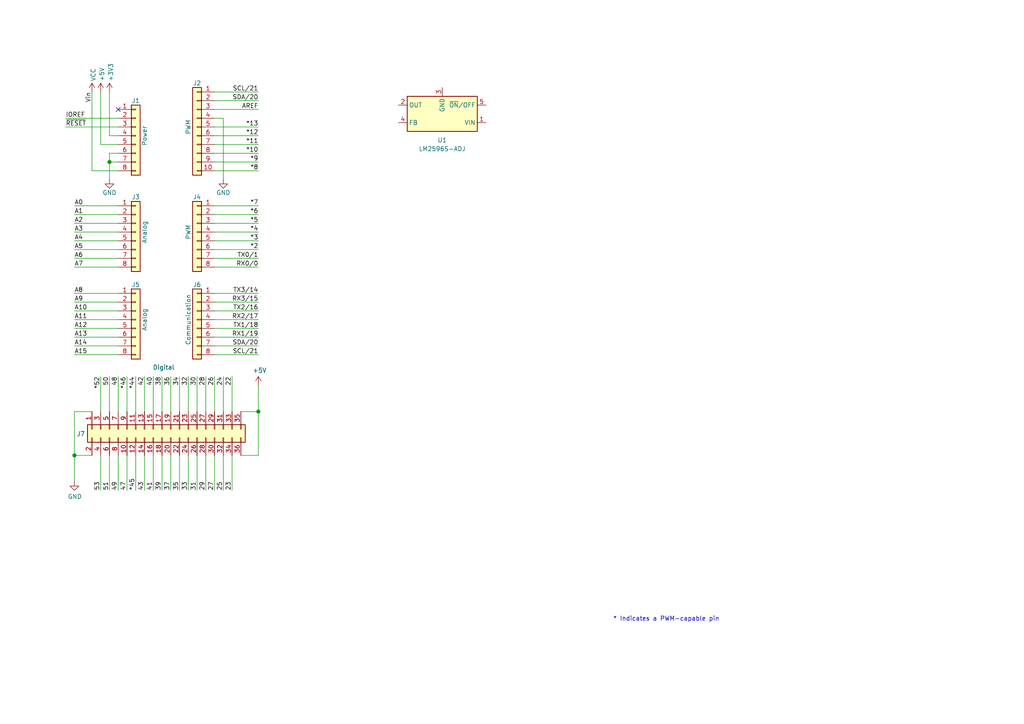
<source format=kicad_sch>
(kicad_sch (version 20231120) (generator "eeschema") (generator_version "8.0")
  (paper "A4")
  (title_block (date "mar. 31 mars 2015"))
  (lib_symbols
    (symbol "Connector_Generic:Conn_01x08" (pin_names (offset 1.016) hide)
      (property "Reference" "J" (at 0 10.16 0))
      (property "Value" "Conn_01x08" (at 0 -12.7 0))
      (symbol "Conn_01x08_1_1"
        (rectangle (start -1.27 -10.033) (end 0 -10.287) (stroke (width 0.1524)))
        (rectangle (start -1.27 -7.493) (end 0 -7.747) (stroke (width 0.1524)))
        (rectangle (start -1.27 -4.953) (end 0 -5.207) (stroke (width 0.1524)))
        (rectangle (start -1.27 -2.413) (end 0 -2.667) (stroke (width 0.1524)))
        (rectangle (start -1.27 0.127) (end 0 -0.127) (stroke (width 0.1524)))
        (rectangle (start -1.27 2.667) (end 0 2.413) (stroke (width 0.1524)))
        (rectangle (start -1.27 5.207) (end 0 4.953) (stroke (width 0.1524)))
        (rectangle (start -1.27 7.747) (end 0 7.493) (stroke (width 0.1524)))
        (rectangle (start -1.27 8.89) (end 1.27 -11.43) (stroke (width 0.254)) (fill (type background)))
        (pin passive line (at -5.08 7.62 0) (length 3.81) (name "Pin_1") (number "1"))
        (pin passive line (at -5.08 5.08 0) (length 3.81) (name "Pin_2") (number "2"))
        (pin passive line (at -5.08 2.54 0) (length 3.81) (name "Pin_3") (number "3"))
        (pin passive line (at -5.08 0 0) (length 3.81) (name "Pin_4") (number "4"))
        (pin passive line (at -5.08 -2.54 0) (length 3.81) (name "Pin_5") (number "5"))
        (pin passive line (at -5.08 -5.08 0) (length 3.81) (name "Pin_6") (number "6"))
        (pin passive line (at -5.08 -7.62 0) (length 3.81) (name "Pin_7") (number "7"))
        (pin passive line (at -5.08 -10.16 0) (length 3.81) (name "Pin_8") (number "8"))
      )
    )
    (symbol "Connector_Generic:Conn_01x10" (pin_names (offset 1.016) hide)
      (property "Reference" "J" (at 0 12.7 0))
      (property "Value" "Conn_01x10" (at 0 -15.24 0))
      (symbol "Conn_01x10_1_1"
        (rectangle (start -1.27 -12.573) (end 0 -12.827) (stroke (width 0.1524)))
        (rectangle (start -1.27 -10.033) (end 0 -10.287) (stroke (width 0.1524)))
        (rectangle (start -1.27 -7.493) (end 0 -7.747) (stroke (width 0.1524)))
        (rectangle (start -1.27 -4.953) (end 0 -5.207) (stroke (width 0.1524)))
        (rectangle (start -1.27 -2.413) (end 0 -2.667) (stroke (width 0.1524)))
        (rectangle (start -1.27 0.127) (end 0 -0.127) (stroke (width 0.1524)))
        (rectangle (start -1.27 2.667) (end 0 2.413) (stroke (width 0.1524)))
        (rectangle (start -1.27 5.207) (end 0 4.953) (stroke (width 0.1524)))
        (rectangle (start -1.27 7.747) (end 0 7.493) (stroke (width 0.1524)))
        (rectangle (start -1.27 10.287) (end 0 10.033) (stroke (width 0.1524)))
        (rectangle (start -1.27 11.43) (end 1.27 -13.97) (stroke (width 0.254)) (fill (type background)))
        (pin passive line (at -5.08 10.16 0) (length 3.81) (name "Pin_1") (number "1"))
        (pin passive line (at -5.08 -12.7 0) (length 3.81) (name "Pin_10") (number "10"))
        (pin passive line (at -5.08 7.62 0) (length 3.81) (name "Pin_2") (number "2"))
        (pin passive line (at -5.08 5.08 0) (length 3.81) (name "Pin_3") (number "3"))
        (pin passive line (at -5.08 2.54 0) (length 3.81) (name "Pin_4") (number "4"))
        (pin passive line (at -5.08 0 0) (length 3.81) (name "Pin_5") (number "5"))
        (pin passive line (at -5.08 -2.54 0) (length 3.81) (name "Pin_6") (number "6"))
        (pin passive line (at -5.08 -5.08 0) (length 3.81) (name "Pin_7") (number "7"))
        (pin passive line (at -5.08 -7.62 0) (length 3.81) (name "Pin_8") (number "8"))
        (pin passive line (at -5.08 -10.16 0) (length 3.81) (name "Pin_9") (number "9"))
      )
    )
    (symbol "Connector_Generic:Conn_02x18_Odd_Even" (pin_names (offset 1.016) hide)
      (property "Reference" "J" (at 1.27 22.86 0))
      (property "Value" "Conn_02x18_Odd_Even" (at 1.27 -25.4 0))
      (symbol "Conn_02x18_Odd_Even_1_1"
        (rectangle (start -1.27 -22.733) (end 0 -22.987) (stroke (width 0.1524)))
        (rectangle (start -1.27 -20.193) (end 0 -20.447) (stroke (width 0.1524)))
        (rectangle (start -1.27 -17.653) (end 0 -17.907) (stroke (width 0.1524)))
        (rectangle (start -1.27 -15.113) (end 0 -15.367) (stroke (width 0.1524)))
        (rectangle (start -1.27 -12.573) (end 0 -12.827) (stroke (width 0.1524)))
        (rectangle (start -1.27 -10.033) (end 0 -10.287) (stroke (width 0.1524)))
        (rectangle (start -1.27 -7.493) (end 0 -7.747) (stroke (width 0.1524)))
        (rectangle (start -1.27 -4.953) (end 0 -5.207) (stroke (width 0.1524)))
        (rectangle (start -1.27 -2.413) (end 0 -2.667) (stroke (width 0.1524)))
        (rectangle (start -1.27 0.127) (end 0 -0.127) (stroke (width 0.1524)))
        (rectangle (start -1.27 2.667) (end 0 2.413) (stroke (width 0.1524)))
        (rectangle (start -1.27 5.207) (end 0 4.953) (stroke (width 0.1524)))
        (rectangle (start -1.27 7.747) (end 0 7.493) (stroke (width 0.1524)))
        (rectangle (start -1.27 10.287) (end 0 10.033) (stroke (width 0.1524)))
        (rectangle (start -1.27 12.827) (end 0 12.573) (stroke (width 0.1524)))
        (rectangle (start -1.27 15.367) (end 0 15.113) (stroke (width 0.1524)))
        (rectangle (start -1.27 17.907) (end 0 17.653) (stroke (width 0.1524)))
        (rectangle (start -1.27 20.447) (end 0 20.193) (stroke (width 0.1524)))
        (rectangle (start -1.27 21.59) (end 3.81 -24.13) (stroke (width 0.254)) (fill (type background)))
        (rectangle (start 3.81 -22.733) (end 2.54 -22.987) (stroke (width 0.1524)))
        (rectangle (start 3.81 -20.193) (end 2.54 -20.447) (stroke (width 0.1524)))
        (rectangle (start 3.81 -17.653) (end 2.54 -17.907) (stroke (width 0.1524)))
        (rectangle (start 3.81 -15.113) (end 2.54 -15.367) (stroke (width 0.1524)))
        (rectangle (start 3.81 -12.573) (end 2.54 -12.827) (stroke (width 0.1524)))
        (rectangle (start 3.81 -10.033) (end 2.54 -10.287) (stroke (width 0.1524)))
        (rectangle (start 3.81 -7.493) (end 2.54 -7.747) (stroke (width 0.1524)))
        (rectangle (start 3.81 -4.953) (end 2.54 -5.207) (stroke (width 0.1524)))
        (rectangle (start 3.81 -2.413) (end 2.54 -2.667) (stroke (width 0.1524)))
        (rectangle (start 3.81 0.127) (end 2.54 -0.127) (stroke (width 0.1524)))
        (rectangle (start 3.81 2.667) (end 2.54 2.413) (stroke (width 0.1524)))
        (rectangle (start 3.81 5.207) (end 2.54 4.953) (stroke (width 0.1524)))
        (rectangle (start 3.81 7.747) (end 2.54 7.493) (stroke (width 0.1524)))
        (rectangle (start 3.81 10.287) (end 2.54 10.033) (stroke (width 0.1524)))
        (rectangle (start 3.81 12.827) (end 2.54 12.573) (stroke (width 0.1524)))
        (rectangle (start 3.81 15.367) (end 2.54 15.113) (stroke (width 0.1524)))
        (rectangle (start 3.81 17.907) (end 2.54 17.653) (stroke (width 0.1524)))
        (rectangle (start 3.81 20.447) (end 2.54 20.193) (stroke (width 0.1524)))
        (pin passive line (at -5.08 20.32 0) (length 3.81) (name "Pin_1") (number "1"))
        (pin passive line (at 7.62 10.16 180) (length 3.81) (name "Pin_10") (number "10"))
        (pin passive line (at -5.08 7.62 0) (length 3.81) (name "Pin_11") (number "11"))
        (pin passive line (at 7.62 7.62 180) (length 3.81) (name "Pin_12") (number "12"))
        (pin passive line (at -5.08 5.08 0) (length 3.81) (name "Pin_13") (number "13"))
        (pin passive line (at 7.62 5.08 180) (length 3.81) (name "Pin_14") (number "14"))
        (pin passive line (at -5.08 2.54 0) (length 3.81) (name "Pin_15") (number "15"))
        (pin passive line (at 7.62 2.54 180) (length 3.81) (name "Pin_16") (number "16"))
        (pin passive line (at -5.08 0 0) (length 3.81) (name "Pin_17") (number "17"))
        (pin passive line (at 7.62 0 180) (length 3.81) (name "Pin_18") (number "18"))
        (pin passive line (at -5.08 -2.54 0) (length 3.81) (name "Pin_19") (number "19"))
        (pin passive line (at 7.62 20.32 180) (length 3.81) (name "Pin_2") (number "2"))
        (pin passive line (at 7.62 -2.54 180) (length 3.81) (name "Pin_20") (number "20"))
        (pin passive line (at -5.08 -5.08 0) (length 3.81) (name "Pin_21") (number "21"))
        (pin passive line (at 7.62 -5.08 180) (length 3.81) (name "Pin_22") (number "22"))
        (pin passive line (at -5.08 -7.62 0) (length 3.81) (name "Pin_23") (number "23"))
        (pin passive line (at 7.62 -7.62 180) (length 3.81) (name "Pin_24") (number "24"))
        (pin passive line (at -5.08 -10.16 0) (length 3.81) (name "Pin_25") (number "25"))
        (pin passive line (at 7.62 -10.16 180) (length 3.81) (name "Pin_26") (number "26"))
        (pin passive line (at -5.08 -12.7 0) (length 3.81) (name "Pin_27") (number "27"))
        (pin passive line (at 7.62 -12.7 180) (length 3.81) (name "Pin_28") (number "28"))
        (pin passive line (at -5.08 -15.24 0) (length 3.81) (name "Pin_29") (number "29"))
        (pin passive line (at -5.08 17.78 0) (length 3.81) (name "Pin_3") (number "3"))
        (pin passive line (at 7.62 -15.24 180) (length 3.81) (name "Pin_30") (number "30"))
        (pin passive line (at -5.08 -17.78 0) (length 3.81) (name "Pin_31") (number "31"))
        (pin passive line (at 7.62 -17.78 180) (length 3.81) (name "Pin_32") (number "32"))
        (pin passive line (at -5.08 -20.32 0) (length 3.81) (name "Pin_33") (number "33"))
        (pin passive line (at 7.62 -20.32 180) (length 3.81) (name "Pin_34") (number "34"))
        (pin passive line (at -5.08 -22.86 0) (length 3.81) (name "Pin_35") (number "35"))
        (pin passive line (at 7.62 -22.86 180) (length 3.81) (name "Pin_36") (number "36"))
        (pin passive line (at 7.62 17.78 180) (length 3.81) (name "Pin_4") (number "4"))
        (pin passive line (at -5.08 15.24 0) (length 3.81) (name "Pin_5") (number "5"))
        (pin passive line (at 7.62 15.24 180) (length 3.81) (name "Pin_6") (number "6"))
        (pin passive line (at -5.08 12.7 0) (length 3.81) (name "Pin_7") (number "7"))
        (pin passive line (at 7.62 12.7 180) (length 3.81) (name "Pin_8") (number "8"))
        (pin passive line (at -5.08 10.16 0) (length 3.81) (name "Pin_9") (number "9"))
      )
    )
    (symbol "Regulator_Switching:LM2596S-ADJ"
      (property "Reference" "U" (at -10.16 6.35 0))
      (property "Value" "LM2596S-ADJ" (at 0 6.35 0))
      (symbol "LM2596S-ADJ_0_1"
        (rectangle (start -10.16 5.08) (end 10.16 -5.08) (stroke (width 0.254)) (fill (type background)))
      )
      (symbol "LM2596S-ADJ_1_1"
        (pin power_in line (at -12.7 2.54 0) (length 2.54) (name "VIN") (number "1"))
        (pin output line (at 12.7 -2.54 180) (length 2.54) (name "OUT") (number "2"))
        (pin power_in line (at 0 -7.62 90) (length 2.54) (name "GND") (number "3"))
        (pin input line (at 12.7 2.54 180) (length 2.54) (name "FB") (number "4"))
        (pin input line (at -12.7 -2.54 0) (length 2.54) (name "~{ON}/OFF") (number "5"))
      )
    )
    (symbol "power:+3V3" (power) (pin_names (offset 0))
      (property "Value" "+3V3" (at 0 3.556 0))
      (symbol "+3V3_0_1"
        (polyline (pts (xy -0.762 1.27) (xy 0 2.54)))
        (polyline (pts (xy 0 0) (xy 0 2.54)))
        (polyline (pts (xy 0 2.54) (xy 0.762 1.27)))
      )
      (symbol "+3V3_1_1"
        (pin power_in line (at 0 0 90) (length 0) hide (name "+3V3") (number "1"))
      )
    )
    (symbol "power:+5V" (power) (pin_names (offset 0))
      (property "Value" "+5V" (at 0 3.556 0))
      (symbol "+5V_0_1"
        (polyline (pts (xy -0.762 1.27) (xy 0 2.54)))
        (polyline (pts (xy 0 0) (xy 0 2.54)))
        (polyline (pts (xy 0 2.54) (xy 0.762 1.27)))
      )
      (symbol "+5V_1_1"
        (pin power_in line (at 0 0 90) (length 0) hide (name "+5V") (number "1"))
      )
    )
    (symbol "power:GND" (power) (pin_names (offset 0))
      (property "Value" "GND" (at 0 -3.81 0))
      (symbol "GND_0_1"
        (polyline (pts (xy 0 0) (xy 0 -1.27) (xy 1.27 -1.27) (xy 0 -2.54) (xy -1.27 -1.27) (xy 0 -1.27)))
      )
      (symbol "GND_1_1"
        (pin power_in line (at 0 0 270) (length 0) hide (name "GND") (number "1"))
      )
    )
    (symbol "power:VCC" (power) (pin_names (offset 0))
      (property "Value" "VCC" (at 0 3.81 0))
      (symbol "VCC_0_1"
        (polyline (pts (xy -0.762 1.27) (xy 0 2.54)))
        (polyline (pts (xy 0 0) (xy 0 2.54)))
        (polyline (pts (xy 0 2.54) (xy 0.762 1.27)))
      )
      (symbol "VCC_1_1"
        (pin power_in line (at 0 0 90) (length 0) hide (name "VCC") (number "1"))
      )
    )
  )
  (junction (at 21.59 132.08) (diameter 1.016))
  (junction (at 31.75 46.99) (diameter 1.016))
  (junction (at 74.93 119.38) (diameter 1.016))
  (no_connect (at 34.29 31.75))
  (wire (pts (xy 62.23 77.47) (xy 74.93 77.47)))
  (wire (pts (xy 21.59 77.47) (xy 34.29 77.47)))
  (wire (pts (xy 62.23 44.45) (xy 74.93 44.45)))
  (wire (pts (xy 44.45 109.22) (xy 44.45 119.38)))
  (wire (pts (xy 62.23 26.67) (xy 74.93 26.67)))
  (wire (pts (xy 46.99 109.22) (xy 46.99 119.38)))
  (wire (pts (xy 74.93 119.38) (xy 74.93 132.08)))
  (wire (pts (xy 26.67 119.38) (xy 21.59 119.38)))
  (wire (pts (xy 62.23 90.17) (xy 74.93 90.17)))
  (wire (pts (xy 31.75 44.45) (xy 31.75 46.99)))
  (wire (pts (xy 49.53 132.08) (xy 49.53 142.24)))
  (wire (pts (xy 21.59 72.39) (xy 34.29 72.39)))
  (wire (pts (xy 54.61 109.22) (xy 54.61 119.38)))
  (wire (pts (xy 31.75 109.22) (xy 31.75 119.38)))
  (wire (pts (xy 67.31 109.22) (xy 67.31 119.38)))
  (wire (pts (xy 31.75 46.99) (xy 31.75 52.07)))
  (wire (pts (xy 62.23 132.08) (xy 62.23 142.24)))
  (wire (pts (xy 31.75 39.37) (xy 34.29 39.37)))
  (wire (pts (xy 41.91 109.22) (xy 41.91 119.38)))
  (wire (pts (xy 29.21 41.91) (xy 34.29 41.91)))
  (wire (pts (xy 52.07 132.08) (xy 52.07 142.24)))
  (wire (pts (xy 29.21 26.67) (xy 29.21 41.91)))
  (wire (pts (xy 21.59 102.87) (xy 34.29 102.87)))
  (wire (pts (xy 36.83 132.08) (xy 36.83 142.24)))
  (wire (pts (xy 59.69 132.08) (xy 59.69 142.24)))
  (wire (pts (xy 62.23 36.83) (xy 74.93 36.83)))
  (wire (pts (xy 31.75 26.67) (xy 31.75 39.37)))
  (wire (pts (xy 62.23 59.69) (xy 74.93 59.69)))
  (wire (pts (xy 34.29 59.69) (xy 21.59 59.69)))
  (wire (pts (xy 62.23 39.37) (xy 74.93 39.37)))
  (wire (pts (xy 34.29 100.33) (xy 21.59 100.33)))
  (wire (pts (xy 62.23 62.23) (xy 74.93 62.23)))
  (wire (pts (xy 62.23 97.79) (xy 74.93 97.79)))
  (wire (pts (xy 52.07 109.22) (xy 52.07 119.38)))
  (wire (pts (xy 21.59 119.38) (xy 21.59 132.08)))
  (wire (pts (xy 36.83 109.22) (xy 36.83 119.38)))
  (wire (pts (xy 26.67 132.08) (xy 21.59 132.08)))
  (wire (pts (xy 62.23 46.99) (xy 74.93 46.99)))
  (wire (pts (xy 59.69 109.22) (xy 59.69 119.38)))
  (wire (pts (xy 57.15 109.22) (xy 57.15 119.38)))
  (wire (pts (xy 39.37 132.08) (xy 39.37 142.24)))
  (wire (pts (xy 57.15 132.08) (xy 57.15 142.24)))
  (wire (pts (xy 34.29 132.08) (xy 34.29 142.24)))
  (wire (pts (xy 64.77 109.22) (xy 64.77 119.38)))
  (wire (pts (xy 62.23 67.31) (xy 74.93 67.31)))
  (wire (pts (xy 44.45 132.08) (xy 44.45 142.24)))
  (wire (pts (xy 39.37 109.22) (xy 39.37 119.38)))
  (wire (pts (xy 19.05 34.29) (xy 34.29 34.29)))
  (wire (pts (xy 62.23 87.63) (xy 74.93 87.63)))
  (wire (pts (xy 74.93 111.76) (xy 74.93 119.38)))
  (wire (pts (xy 64.77 34.29) (xy 64.77 52.07)))
  (wire (pts (xy 62.23 102.87) (xy 74.93 102.87)))
  (wire (pts (xy 62.23 31.75) (xy 74.93 31.75)))
  (wire (pts (xy 69.85 119.38) (xy 74.93 119.38)))
  (wire (pts (xy 62.23 95.25) (xy 74.93 95.25)))
  (wire (pts (xy 21.59 92.71) (xy 34.29 92.71)))
  (wire (pts (xy 34.29 64.77) (xy 21.59 64.77)))
  (wire (pts (xy 19.05 36.83) (xy 34.29 36.83)))
  (wire (pts (xy 62.23 85.09) (xy 74.93 85.09)))
  (wire (pts (xy 34.29 46.99) (xy 31.75 46.99)))
  (wire (pts (xy 34.29 49.53) (xy 26.67 49.53)))
  (wire (pts (xy 29.21 109.22) (xy 29.21 119.38)))
  (wire (pts (xy 21.59 62.23) (xy 34.29 62.23)))
  (wire (pts (xy 31.75 132.08) (xy 31.75 142.24)))
  (wire (pts (xy 54.61 132.08) (xy 54.61 142.24)))
  (wire (pts (xy 34.29 90.17) (xy 21.59 90.17)))
  (wire (pts (xy 29.21 132.08) (xy 29.21 142.24)))
  (wire (pts (xy 62.23 92.71) (xy 74.93 92.71)))
  (wire (pts (xy 62.23 34.29) (xy 64.77 34.29)))
  (wire (pts (xy 46.99 132.08) (xy 46.99 142.24)))
  (wire (pts (xy 34.29 44.45) (xy 31.75 44.45)))
  (wire (pts (xy 21.59 97.79) (xy 34.29 97.79)))
  (wire (pts (xy 62.23 109.22) (xy 62.23 119.38)))
  (wire (pts (xy 62.23 41.91) (xy 74.93 41.91)))
  (wire (pts (xy 49.53 109.22) (xy 49.53 119.38)))
  (wire (pts (xy 21.59 87.63) (xy 34.29 87.63)))
  (wire (pts (xy 62.23 64.77) (xy 74.93 64.77)))
  (wire (pts (xy 21.59 67.31) (xy 34.29 67.31)))
  (wire (pts (xy 34.29 109.22) (xy 34.29 119.38)))
  (wire (pts (xy 62.23 100.33) (xy 74.93 100.33)))
  (wire (pts (xy 74.93 132.08) (xy 69.85 132.08)))
  (wire (pts (xy 34.29 85.09) (xy 21.59 85.09)))
  (wire (pts (xy 67.31 132.08) (xy 67.31 142.24)))
  (wire (pts (xy 62.23 29.21) (xy 74.93 29.21)))
  (wire (pts (xy 64.77 132.08) (xy 64.77 142.24)))
  (wire (pts (xy 62.23 72.39) (xy 74.93 72.39)))
  (wire (pts (xy 62.23 69.85) (xy 74.93 69.85)))
  (wire (pts (xy 41.91 132.08) (xy 41.91 142.24)))
  (wire (pts (xy 62.23 74.93) (xy 74.93 74.93)))
  (wire (pts (xy 34.29 95.25) (xy 21.59 95.25)))
  (wire (pts (xy 26.67 49.53) (xy 26.67 26.67)))
  (wire (pts (xy 21.59 132.08) (xy 21.59 139.7)))
  (wire (pts (xy 34.29 74.93) (xy 21.59 74.93)))
  (wire (pts (xy 34.29 69.85) (xy 21.59 69.85)))
  (wire (pts (xy 62.23 49.53) (xy 74.93 49.53)))
  (text "* Indicates a PWM-capable pin" (at 177.8 180.34 0) (effects (font (size 1.27 1.27)) (justify left bottom)))
  (label "A10" (at 21.59 90.17 0))
  (label "RX0{slash}0" (at 74.93 77.47 180))
  (label "A15" (at 21.59 102.87 0))
  (label "A2" (at 21.59 64.77 0))
  (label "RX2{slash}17" (at 74.93 92.71 180))
  (label "*4" (at 74.93 67.31 180))
  (label "SDA{slash}20" (at 74.93 100.33 180))
  (label "26" (at 62.23 109.22 270))
  (label "31" (at 57.15 142.24 90))
  (label "22" (at 67.31 109.22 270))
  (label "33" (at 54.61 142.24 90))
  (label "36" (at 49.53 109.22 270))
  (label "*2" (at 74.93 72.39 180))
  (label "TX1{slash}18" (at 74.93 95.25 180))
  (label "*44" (at 39.37 109.22 270))
  (label "A3" (at 21.59 67.31 0))
  (label "*13" (at 74.93 36.83 180))
  (label "*52" (at 29.21 109.22 270))
  (label "*12" (at 74.93 39.37 180))
  (label "40" (at 44.45 109.22 270))
  (label "~{RESET}" (at 19.05 36.83 0))
  (label "35" (at 52.07 142.24 90))
  (label "*10" (at 74.93 44.45 180))
  (label "28" (at 59.69 109.22 270))
  (label "23" (at 67.31 142.24 90))
  (label "29" (at 59.69 142.24 90))
  (label "A13" (at 21.59 97.79 0))
  (label "41" (at 44.45 142.24 90))
  (label "30" (at 57.15 109.22 270))
  (label "47" (at 36.83 142.24 90))
  (label "34" (at 52.07 109.22 270))
  (label "*45" (at 39.37 142.24 90))
  (label "38" (at 46.99 109.22 270))
  (label "51" (at 31.75 142.24 90))
  (label "*7" (at 74.93 59.69 180))
  (label "SDA{slash}20" (at 74.93 29.21 180))
  (label "*8" (at 74.93 49.53 180))
  (label "A9" (at 21.59 87.63 0))
  (label "*11" (at 74.93 41.91 180))
  (label "*3" (at 74.93 69.85 180))
  (label "A6" (at 21.59 74.93 0))
  (label "42" (at 41.91 109.22 270))
  (label "A1" (at 21.59 62.23 0))
  (label "53" (at 29.21 142.24 90))
  (label "TX0{slash}1" (at 74.93 74.93 180))
  (label "24" (at 64.77 109.22 270))
  (label "RX1{slash}19" (at 74.93 97.79 180))
  (label "A0" (at 21.59 59.69 0))
  (label "AREF" (at 74.93 31.75 180))
  (label "A14" (at 21.59 100.33 0))
  (label "39" (at 46.99 142.24 90))
  (label "A8" (at 21.59 85.09 0))
  (label "Vin" (at 26.67 26.67 270))
  (label "27" (at 62.23 142.24 90))
  (label "37" (at 49.53 142.24 90))
  (label "25" (at 64.77 142.24 90))
  (label "*6" (at 74.93 62.23 180))
  (label "*46" (at 36.83 109.22 270))
  (label "SCL{slash}21" (at 74.93 26.67 180))
  (label "*9" (at 74.93 46.99 180))
  (label "50" (at 31.75 109.22 270))
  (label "TX2{slash}16" (at 74.93 90.17 180))
  (label "*5" (at 74.93 64.77 180))
  (label "IOREF" (at 19.05 34.29 0))
  (label "A7" (at 21.59 77.47 0))
  (label "A11" (at 21.59 92.71 0))
  (label "A4" (at 21.59 69.85 0))
  (label "49" (at 34.29 142.24 90))
  (label "A5" (at 21.59 72.39 0))
  (label "RX3{slash}15" (at 74.93 87.63 180))
  (label "TX3{slash}14" (at 74.93 85.09 180))
  (label "32" (at 54.61 109.22 270))
  (label "43" (at 41.91 142.24 90))
  (label "A12" (at 21.59 95.25 0))
  (label "SCL{slash}21" (at 74.93 102.87 180))
  (label "48" (at 34.29 109.22 270))
  (symbol (lib_id "Connector_Generic:Conn_01x08") (at 39.37 39.37 0) (unit 1)
    (property "Reference" "J1" (at 39.37 29.21 0))
    (property "Value" "Power" (at 41.91 39.37 90))
    (property "Footprint" "Connector_PinSocket_2.54mm:PinSocket_1x08_P2.54mm_Vertical" (effects (hide yes)))
  )
  (symbol (lib_id "power:+3V3") (at 31.75 26.67 0) (unit 1)
    (property "Reference" "#PWR03" (effects (hide yes)))
    (property "Value" "+3V3" (at 32.131 23.622 90) (effects (justify left)))
  )
  (symbol (lib_id "power:+5V") (at 29.21 26.67 0) (unit 1)
    (property "Reference" "#PWR02" (effects (hide yes)))
    (property "Value" "+5V" (at 29.5656 23.622 90) (effects (justify left)))
  )
  (symbol (lib_id "power:GND") (at 31.75 52.07 0) (unit 1)
    (property "Reference" "#PWR04" (effects (hide yes)))
    (property "Value" "GND" (at 31.75 55.88 0))
  )
  (symbol (lib_id "Connector_Generic:Conn_01x10") (at 57.15 36.83 0) (mirror y) (unit 1)
    (property "Reference" "J2" (at 57.15 24.13 0))
    (property "Value" "PWM" (at 54.61 36.83 90))
    (property "Footprint" "Connector_PinSocket_2.54mm:PinSocket_1x10_P2.54mm_Vertical" (effects (hide yes)))
  )
  (symbol (lib_id "power:GND") (at 64.77 52.07 0) (unit 1)
    (property "Reference" "#PWR05" (effects (hide yes)))
    (property "Value" "GND" (at 64.77 55.88 0))
  )
  (symbol (lib_id "Connector_Generic:Conn_01x08") (at 39.37 67.31 0) (unit 1)
    (property "Reference" "J3" (at 39.37 57.15 0))
    (property "Value" "Analog" (at 41.91 67.31 90))
    (property "Footprint" "Connector_PinSocket_2.54mm:PinSocket_1x08_P2.54mm_Vertical" (effects (hide yes)))
  )
  (symbol (lib_id "Connector_Generic:Conn_01x08") (at 57.15 67.31 0) (mirror y) (unit 1)
    (property "Reference" "J4" (at 57.15 57.15 0))
    (property "Value" "PWM" (at 54.61 67.31 90))
    (property "Footprint" "Connector_PinSocket_2.54mm:PinSocket_1x08_P2.54mm_Vertical" (effects (hide yes)))
  )
  (symbol (lib_id "Connector_Generic:Conn_01x08") (at 39.37 92.71 0) (unit 1)
    (property "Reference" "J5" (at 39.37 82.55 0))
    (property "Value" "Analog" (at 41.91 92.71 90))
    (property "Footprint" "Connector_PinSocket_2.54mm:PinSocket_1x08_P2.54mm_Vertical" (effects (hide yes)))
  )
  (symbol (lib_id "Connector_Generic:Conn_01x08") (at 57.15 92.71 0) (mirror y) (unit 1)
    (property "Reference" "J6" (at 57.15 82.55 0))
    (property "Value" "Communication" (at 54.61 92.71 90))
    (property "Footprint" "Connector_PinSocket_2.54mm:PinSocket_1x08_P2.54mm_Vertical" (effects (hide yes)))
  )
  (symbol (lib_id "Connector_Generic:Conn_02x18_Odd_Even") (at 46.99 124.46 90) (mirror x) (unit 1)
    (property "Reference" "J7" (at 24.6379 125.8506 90) (effects (justify left)))
    (property "Value" "Digital" (at 47.498 106.553 90))
    (property "Footprint" "Connector_PinSocket_2.54mm:PinSocket_2x18_P2.54mm_Vertical" (effects (hide yes)))
  )
  (symbol (lib_id "power:GND") (at 21.59 139.7 0) (unit 1)
    (property "Reference" "#PWR07" (effects (hide yes)))
    (property "Value" "GND" (at 21.7043 144.0244 0))
  )
  (symbol (lib_id "power:+5V") (at 74.93 111.76 0) (unit 1)
    (property "Reference" "#PWR06" (effects (hide yes)))
    (property "Value" "+5V" (at 75.2983 107.4356 0))
  )
  (symbol (lib_id "Regulator_Switching:LM2596S-ADJ") (at 128.27 33.02 180) (unit 1)
    (property "Reference" "U1" (at 128.27 40.64 0))
    (property "Value" "LM2596S-ADJ" (at 128.27 43.18 0))
    (property "Footprint" "Package_TO_SOT_SMD:TO-263-5_TabPin3" (effects (hide yes)))
    (property "Datasheet" "http://www.ti.com/lit/ds/symlink/lm2596.pdf" (effects (hide yes)))
    (property "Description" "Adjustable 3A Step-Down Voltage Regulator, TO-263" (effects (hide yes)))
  )
  (symbol (lib_id "power:VCC") (at 26.67 26.67 0) (unit 1)
    (property "Reference" "#PWR01" (effects (hide yes)))
    (property "Value" "VCC" (at 27.051 23.622 90) (effects (justify left)))
  )
)
</source>
